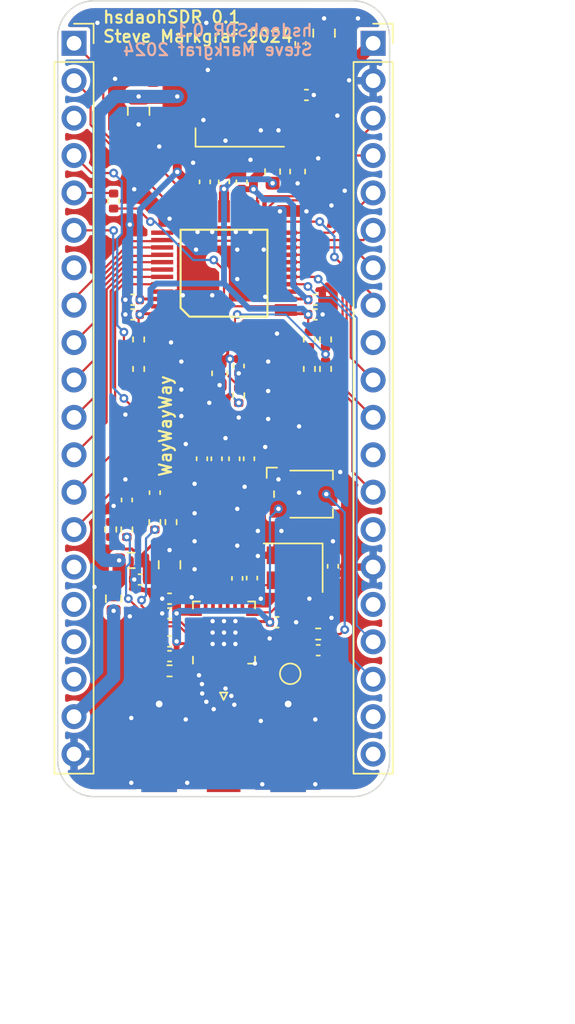
<source format=kicad_pcb>
(kicad_pcb (version 20240108) (generator "pcbnew") (generator_version "8.0")
  (layers (0 "F.Cu" signal) (31 "B.Cu" signal) (34 "B.Paste" user) (35 "F.Paste" user) (36 "B.SilkS" user "B.Silkscreen") (37 "F.SilkS" user "F.Silkscreen") (38 "B.Mask" user) (39 "F.Mask" user) (44 "Edge.Cuts" user))
  (net 0 "")
  (net 1 "GND")
  (net 2 "3V3_RF")
  (net 3 "XTAL1")
  (net 4 "XTAL2")
  (net 5 "Net-(U1-DVDD)")
  (net 6 "I_N")
  (net 7 "Q_N")
  (net 8 "I_P")
  (net 9 "Q_P")
  (net 10 "I2C_SDA")
  (net 11 "I2C_SCL")
  (net 12 "AGC")
  (net 13 "3V3")
  (net 14 "5V_IN")
  (net 15 "Net-(U3-REFIN_A)")
  (net 16 "Net-(J1-In)")
  (net 22 "3V3_FPGA")
  (net 28 "Net-(U1-PDN)")
  (net 29 "SCLK")
  (net 30 "SDA")
  (net 31 "Net-(R6-Pad2)")
  (net 32 "DFS")
  (net 33 "Net-(U3-S2)")
  (net 34 "Net-(U3-S1)")
  (net 39 "ADC_CLK")
  (net 40 "D9_B")
  (net 41 "D8_B")
  (net 42 "D7_B")
  (net 43 "D6_B")
  (net 44 "D5_B")
  (net 45 "D4_B")
  (net 46 "D3_B")
  (net 47 "D2_B")
  (net 48 "D1_B")
  (net 49 "D0_B")
  (net 50 "D0_A")
  (net 51 "D1_A")
  (net 52 "D2_A")
  (net 53 "D3_A")
  (net 54 "D4_A")
  (net 55 "D5_A")
  (net 56 "D6_A")
  (net 57 "D7_A")
  (net 58 "D8_A")
  (net 59 "D9_A")
  (net 60 "Net-(J2-Pin_5)")
  (net 61 "3V3_A")
  (net 62 "BBIN")
  (net 63 "BBQN")
  (net 64 "BBIP")
  (net 65 "BBQP")
  (net 67 "Net-(U1-LOOP)")
  (footprint "Capacitor_SMD:C_0402_1005Metric" (layer "F.Cu") (at 138.1 73.4 90)
    (property "Reference" "C12" (hide yes))
    (property "Value" "100n")
  )
  (footprint "Connector_Coaxial:SMA_Molex_73251-1153_EdgeMount_Horizontal" (layer "F.Cu") (at 138.575 91.77 90)
    (property "Reference" "J1" (hide yes))
    (property "Value" "RF_IN")
  )
  (footprint "agg:LQFP-48" (layer "F.Cu") (at 138.6 60.8 90)
    (property "Reference" "U3")
    (property "Value" "AD9218")
  )
  (footprint "TestPoint:TestPoint_Pad_D1.0mm" (layer "F.Cu") (at 143.1 88)
    (property "Reference" "TP1" (hide yes))
    (property "Value" "TestPoint_Small")
  )
  (footprint "Resistor_SMD:R_0402_1005Metric" (layer "F.Cu") (at 132.8 67.3 90)
    (property "Reference" "R9" (hide yes))
    (property "Value" "0R")
  )
  (footprint "Capacitor_SMD:C_0402_1005Metric" (layer "F.Cu") (at 137.1 73.4 90)
    (property "Reference" "C14" (hide yes))
    (property "Value" "100n")
  )
  (footprint "Capacitor_SMD:C_0402_1005Metric" (layer "F.Cu") (at 134.9 83.9)
    (property "Reference" "C6" (hide yes))
    (property "Value" "100n")
  )
  (footprint "Capacitor_SMD:C_0402_1005Metric" (layer "F.Cu") (at 145 86.4 180)
    (property "Reference" "C17" (hide yes))
    (property "Value" "1n")
  )
  (footprint "Capacitor_SMD:C_0402_1005Metric" (layer "F.Cu") (at 132.9 81.6)
    (property "Reference" "C9" (hide yes))
    (property "Value" "10n")
  )
  (footprint "Resistor_SMD:R_0402_1005Metric" (layer "F.Cu") (at 131.1 55.9 90)
    (property "Reference" "R15" (hide yes))
    (property "Value" "50R")
  )
  (footprint "Capacitor_SMD:C_0402_1005Metric" (layer "F.Cu") (at 144.8 63.6)
    (property "Reference" "C22" (hide yes))
    (property "Value" "100n")
  )
  (footprint "Capacitor_SMD:C_0402_1005Metric" (layer "F.Cu") (at 137.3 54.6 90)
    (property "Reference" "C20" (hide yes))
    (property "Value" "100n")
  )
  (footprint "Resistor_SMD:R_0402_1005Metric" (layer "F.Cu") (at 145.5 65.3 -90)
    (property "Reference" "R12" (hide yes))
    (property "Value" "0R")
  )
  (footprint "Capacitor_SMD:C_0805_2012Metric" (layer "F.Cu") (at 145.4 44.5 90)
    (property "Reference" "C24" (hide yes))
    (property "Value" "10uF")
  )
  (footprint "Resistor_SMD:R_0402_1005Metric" (layer "F.Cu") (at 145.5 67.3 -90)
    (property "Reference" "R13" (hide yes))
    (property "Value" "0R")
  )
  (footprint "Resistor_SMD:R_0402_1005Metric" (layer "F.Cu") (at 132 78.2 -90)
    (property "Reference" "R5" (hide yes))
    (property "Value" "100R")
  )
  (footprint "Capacitor_SMD:C_0402_1005Metric" (layer "F.Cu") (at 134.9 85.8)
    (property "Reference" "C3" (hide yes))
    (property "Value" "100p")
  )
  (footprint "Capacitor_SMD:C_0603_1608Metric" (layer "F.Cu") (at 138.3 67.6 -90)
    (property "Reference" "C25" (hide yes))
    (property "Value" "10uF")
  )
  (footprint "Capacitor_SMD:C_0402_1005Metric" (layer "F.Cu") (at 140.5 81.5 -90)
    (property "Reference" "C5" (hide yes))
    (property "Value" "9p")
  )
  (footprint "Capacitor_SMD:C_0402_1005Metric" (layer "F.Cu") (at 138.6 54.6 90)
    (property "Reference" "C23" (hide yes))
    (property "Value" "100n")
  )
  (footprint "Capacitor_SMD:C_0402_1005Metric" (layer "F.Cu") (at 142.2 84.5 180)
    (property "Reference" "C4" (hide yes))
    (property "Value" "100n")
  )
  (footprint "Resistor_SMD:R_0402_1005Metric" (layer "F.Cu") (at 132.8 65.3 90)
    (property "Reference" "R8" (hide yes))
    (property "Value" "0R")
  )
  (footprint "Capacitor_SMD:C_0402_1005Metric" (layer "F.Cu") (at 134.9 86.8)
    (property "Reference" "C1" (hide yes))
    (property "Value" "100n")
  )
  (footprint "Connector_PinSocket_2.54mm:PinSocket_1x20_P2.54mm_Vertical" (layer "F.Cu") (at 128.41 45.19)
    (property "Reference" "J2" (hide yes))
    (property "Value" "Conn_01x20_Socket")
  )
  (footprint "Capacitor_SMD:C_0805_2012Metric" (layer "F.Cu") (at 132.8 49.8 -90)
    (property "Reference" "C30" (hide yes))
    (property "Value" "10uF")
  )
  (footprint "Resistor_SMD:R_0402_1005Metric" (layer "F.Cu") (at 139.6 69.1 -90)
    (property "Reference" "R7" (hide yes))
    (property "Value" "0R")
  )
  (footprint "Capacitor_SMD:C_0402_1005Metric" (layer "F.Cu") (at 132.4 62.6 180)
    (property "Reference" "C21" (hide yes))
    (property "Value" "100n")
  )
  (footprint "Resistor_SMD:R_0603_1608Metric" (layer "F.Cu") (at 131.1 82.9 90)
    (property "Reference" "R14" (hide yes))
    (property "Value" "0R")
  )
  (footprint "Package_DFN_QFN:QFN-24-1EP_4x4mm_P0.5mm_EP2.15x2.15mm_ThermalVias" (layer "F.Cu") (at 138.6 85.2 90)
    (property "Reference" "U1" (hide yes))
    (property "Value" "RDA5815S")
  )
  (footprint "Resistor_SMD:R_0402_1005Metric" (layer "F.Cu") (at 144.4 65.3 90)
    (property "Reference" "R10" (hide yes))
    (property "Value" "0R")
  )
  (footprint "Capacitor_SMD:C_0402_1005Metric" (layer "F.Cu") (at 140.3 73.4 90)
    (property "Reference" "C13" (hide yes))
    (property "Value" "100n")
  )
  (footprint "Capacitor_SMD:C_0402_1005Metric" (layer "F.Cu") (at 139.3 73.4 90)
    (property "Reference" "C11" (hide yes))
    (property "Value" "100n")
  )
  (footprint "Capacitor_SMD:C_0402_1005Metric" (layer "F.Cu") (at 139.5 81.52 -90)
    (property "Reference" "C7" (hide yes))
    (property "Value" "100n")
  )
  (footprint "Crystal:Crystal_SMD_3225-4Pin_3.2x2.5mm" (layer "F.Cu") (at 143.3 80.8 180)
    (property "Reference" "Y1" (hide yes))
    (property "Value" "27 MHz")
  )
  (footprint "Capacitor_SMD:C_0603_1608Metric" (layer "F.Cu") (at 143.6 53.9 -90)
    (property "Reference" "C31" (hide yes))
    (property "Value" "4.7uF")
  )
  (footprint "Package_TO_SOT_SMD:SOT-223-3_TabPin2" (layer "F.Cu") (at 138.575 48.8 180)
    (property "Reference" "U2" (hide yes))
    (property "Value" "AMS1117-3.3")
  )
  (footprint "Resistor_SMD:R_0402_1005Metric" (layer "F.Cu") (at 134.9 87.8 180)
    (property "Reference" "R1" (hide yes))
    (property "Value" "4.7k")
  )
  (footprint "Resistor_SMD:R_0402_1005Metric" (layer "F.Cu") (at 135 77.7 -90)
    (property "Reference" "R3" (hide yes))
    (property "Value" "2.2k")
  )
  (footprint "Resistor_SMD:R_0603_1608Metric" (layer "F.Cu") (at 132.3 80.3)
    (property "Reference" "FB1" (hide yes))
    (property "Value" "Bead")
  )
  (footprint "Capacitor_SMD:C_0402_1005Metric" (layer "F.Cu") (at 134.9 82.9)
    (property "Reference" "C10" (hide yes))
    (property "Value" "100p")
  )
  (footprint "Capacitor_SMD:C_0402_1005Metric" (layer "F.Cu") (at 143.8 45.2 90)
    (property "Reference" "C27" (hide yes))
    (property "Value" "100n")
  )
  (footprint "Capacitor_SMD:C_0402_1005Metric" (layer "F.Cu") (at 132.4 63.6 180)
    (property "Reference" "C26" (hide yes))
    (property "Value" "100n")
  )
  (footprint "Connector_PinSocket_2.54mm:PinSocket_1x20_P2.54mm_Vertical" (layer "F.Cu") (at 148.73 45.19)
    (property "Reference" "J3" (hide yes))
    (property "Value" "Conn_01x20_Socket")
  )
  (footprint "Capacitor_SMD:C_0402_1005Metric" (layer "F.Cu") (at 139.6 67.1 -90)
    (property "Reference" "C28" (hide yes))
    (property "Value" "100n")
  )
  (footprint "Capacitor_SMD:C_0805_2012Metric" (layer "F.Cu") (at 134.9 80.6 90)
    (property "Reference" "C8" (hide yes))
    (property "Value" "10uF")
  )
  (footprint "Resistor_SMD:R_0402_1005Metric" (layer "F.Cu") (at 145 85.3)
    (property "Reference" "R6" (hide yes))
    (property "Value" "1k")
  )
  (footprint "Resistor_SMD:R_0402_1005Metric" (layer "F.Cu") (at 133.9 77.7 -90)
    (property "Reference" "R4" (hide yes))
    (property "Value" "100R")
  )
  (footprint "Inductor_SMD:L_0603_1608Metric" (layer "F.Cu") (at 141.9 53.9 -90)
    (property "Reference" "L1" (hide yes))
    (property "Value" "1uH")
  )
  (footprint "Capacitor_SMD:C_0402_1005Metric" (layer "F.Cu") (at 139.8 54.6 -90)
    (property "Reference" "C19" (hide yes))
    (property "Value" "100n")
  )
  (footprint "Capacitor_SMD:C_0402_1005Metric" (layer "F.Cu") (at 144.8 62.6)
    (property "Reference" "C18" (hide yes))
    (property "Value" "100n")
  )
  (footprint "Capacitor_SMD:C_0402_1005Metric" (layer "F.Cu") (at 144.2 48.7)
    (property "Reference" "C29" (hide yes))
    (property "Value" "100n")
  )
  (footprint "Resistor_SMD:R_0402_1005Metric" (layer "F.Cu") (at 130.9 78.2 -90)
    (property "Reference" "R2" (hide yes))
    (property "Value" "2.2k")
  )
  (footprint "Potentiometer_SMD:Potentiometer_Bourns_TC33X_Vertical" (layer "F.Cu") (at 144.1 75.8)
    (property "Reference" "RV1" (hide yes))
    (property "Value" "10k")
  )
  (footprint "Capacitor_SMD:C_0402_1005Metric" (layer "F.Cu") (at 132 76.2 90)
    (property "Reference" "C16" (hide yes))
    (property "Value" "33p")
  )
  (footprint "Capacitor_SMD:C_0402_1005Metric" (layer "F.Cu") (at 133.9 75.7 90)
    (property "Reference" "C15" (hide yes))
    (property "Value" "33p")
  )
  (footprint "Capacitor_SMD:C_0402_1005Metric" (layer "F.Cu") (at 146 80.7 90)
    (property "Reference" "C2" (hide yes))
    (property "Value" "9p")
  )
  (footprint "Resistor_SMD:R_0402_1005Metric" (layer "F.Cu") (at 144.4 67.3 90)
    (property "Reference" "R11" (hide yes))
    (property "Value" "0R")
  )
  (gr_rect (start 140.5 50) (end 142.9 52.3) (stroke (width 0.254)) (fill solid) (layer "F.Cu") (net 1))
  (gr_rect (start 136.4 48.174915) (end 141.12963 49.42241) (stroke (width 0.254)) (fill solid) (layer "F.Cu") (net 13))
  (gr_rect (start 132.024411 89) (end 136.352642 95.7) (stroke (width 0.254)) (fill solid) (layer "F.Cu") (net 1))
  (gr_rect (start 140.771769 89.05) (end 145.1 95.75) (stroke (width 0.254)) (fill solid) (layer "F.Cu") (net 1))
  (gr_rect (start 137.282343 84.249067) (end 139.917658 86.525937) (stroke (width 0.254)) (fill solid) (layer "B.Cu") (net 1))
  (gr_rect (start 140.771769 89.05) (end 145.1 95.75) (stroke (width 0.254)) (fill solid) (layer "B.Cu") (net 1))
  (gr_rect (start 132.024411 89) (end 136.352642 95.7) (stroke (width 0.254)) (fill solid) (layer "B.Cu") (net 1))
  (gr_line (start 149.85 44.8) (end 149.85 93.84) (stroke (width 0.1)) (layer "Edge.Cuts"))
  (gr_line (start 127.3 93.84) (end 127.3 44.8) (stroke (width 0.1)) (layer "Edge.Cuts"))
  (gr_line (start 129.8 42.3) (end 147.35 42.3) (stroke (width 0.1)) (layer "Edge.Cuts"))
  (gr_arc (start 127.3 44.8) (mid 128.032233 43.032233) (end 129.8 42.3) (stroke (width 0.1)) (layer "Edge.Cuts"))
  (gr_arc (start 149.85 93.84) (mid 149.117767 95.607767) (end 147.35 96.34) (stroke (width 0.1)) (layer "Edge.Cuts"))
  (gr_arc (start 147.35 42.3) (mid 149.117766 43.032233) (end 149.85 44.8) (stroke (width 0.1)) (layer "Edge.Cuts"))
  (gr_line (start 129.8 96.34) (end 147.35 96.34) (stroke (width 0.1)) (layer "Edge.Cuts"))
  (gr_arc (start 129.8 96.34) (mid 128.032233 95.607767) (end 127.3 93.84) (stroke (width 0.1)) (layer "Edge.Cuts"))
  (gr_text "hsdaohSDR 0.1\nSteve Markgraf 2024" (at 144.7 46.1 0) (layer "B.SilkS") (effects (font (size 0.8128 0.8128) (thickness 0.1524) (bold yes)) (justify left bottom mirror)))
  (gr_text "WayWayWay" (at 135.1 74.7 90) (layer "F.SilkS") (effects (font (size 0.8128 0.8128) (thickness 0.1524) (bold yes)) (justify left bottom)))
  (gr_text "hsdaohSDR 0.1\nSteve Markgraf 2024" (at 130.3 45.2 0) (layer "F.SilkS") (effects (font (size 0.8128 0.8128) (thickness 0.1524) (bold yes)) (justify left bottom)))
  (segment (start 140.5 87.5) (end 140.7 87.3) (width 0.2) (layer "F.Cu") (net 1))
  (segment (start 135.8 62.3) (end 135.5 62.1) (width 0.2) (layer "F.Cu") (net 1))
  (segment (start 137.467807 86.332193) (end 137.825 85.975) (width 0.2) (layer "F.Cu") (net 1))
  (segment (start 137.35 87.1375) (end 137.35 86.700001) (width 0.2) (layer "F.Cu") (net 1))
  (segment (start 139.35 86) (end 139.375 85.975) (width 0.2) (layer "F.Cu") (net 1))
  (segment (start 139.8 86.4) (end 139.375 85.975) (width 0.2) (layer "F.Cu") (net 1))
  (segment (start 136.8 58) (end 135.8 58) (width 0.3) (layer "F.Cu") (net 1))
  (segment (start 137.85 57.95) (end 137.8 58) (width 0.2) (layer "F.Cu") (net 1))
  (segment (start 140.4 58) (end 140.4 57.65) (width 0.2) (layer "F.Cu") (net 1))
  (segment (start 137.85 56.6) (end 137.85 57.95) (width 0.2) (layer "F.Cu") (net 1))
  (segment (start 139.85 86.85) (end 139.8 86.8) (width 0.2) (layer "F.Cu") (net 1))
  (segment (start 138.35 88.65) (end 138.35 86.7) (width 0.2) (layer "F.Cu") (net 1))
  (segment (start 141.4 62.4) (end 141.45 62.4) (width 0.2) (layer "F.Cu") (net 1))
  (segment (start 140.5 87.9) (end 140.5 87.5) (width 0.2) (layer "F.Cu") (net 1))
  (segment (start 139.35 57.95) (end 139.4 58) (width 0.2) (layer "F.Cu") (net 1))
  (segment (start 137.467807 86.582194) (end 137.467807 86.332193) (width 0.2) (layer "F.Cu") (net 1))
  (segment (start 131.92 63.6) (end 131.92 62.62) (width 0.4) (layer "F.Cu") (net 1))
  (segment (start 145.28 63.6) (end 145.3 63.6) (width 0.4) (layer "F.Cu") (net 1))
  (segment (start 134.4 62.05) (end 135.45 62.05) (width 0.2) (layer "F.Cu") (net 1))
  (segment (start 136.85 56.6) (end 136.85 57.95) (width 0.2) (layer "F.Cu") (net 1))
  (segment (start 132.42 81.6) (end 132.42 81.68) (width 0.15) (layer "F.Cu") (net 1))
  (segment (start 136.85 57.95) (end 136.8 58) (width 0.2) (layer "F.Cu") (net 1))
  (segment (start 139.85 87.1375) (end 139.85 86.85) (width 0.2) (layer "F.Cu") (net 1))
  (segment (start 140.4 57.65) (end 140.35 57.6) (width 0.2) (layer "F.Cu") (net 1))
  (segment (start 139.4 87.9) (end 140.5 87.9) (width 0.2) (layer "F.Cu") (net 1))
  (segment (start 137.35 86.700001) (end 137.467807 86.582194) (width 0.2) (layer "F.Cu") (net 1))
  (segment (start 138.7 89) (end 138.35 88.65) (width 0.2) (layer "F.Cu") (net 1))
  (segment (start 137.35 88.05625) (end 136.94375 88.05625) (width 0.2) (layer "F.Cu") (net 1))
  (segment (start 139.35 87.1375) (end 139.35 87.85) (width 0.2) (layer "F.Cu") (net 1))
  (segment (start 139.8 86.8) (end 139.8 86.4) (width 0.2) (layer "F.Cu") (net 1))
  (segment (start 138.35 86.7) (end 138.35 86.225) (width 0.2) (layer "F.Cu") (net 1))
  (segment (start 135.45 62.05) (end 135.8 62.3) (width 0.2) (layer "F.Cu") (net 1))
  (segment (start 137.35 88.05625) (end 137.35 87.54375) (width 0.2) (layer "F.Cu") (net 1))
  (segment (start 141.45 62.4) (end 141.8 62.05) (width 0.2) (layer "F.Cu") (net 1))
  (segment (start 139.35 87.85) (end 139.4 87.9) (width 0.2) (layer "F.Cu") (net 1))
  (segment (start 135.8 58) (end 134.9 57.1) (width 0.3) (layer "F.Cu") (net 1))
  (segment (start 139.6 67.58) (end 139.6 67.6) (width 0.15) (layer "F.Cu") (net 1))
  (segment (start 138.35 86.225) (end 138.6 85.975) (width 0.2) (layer "F.Cu") (net 1))
  (segment (start 141.8 62.05) (end 142.8 62.05) (width 0.2) (layer "F.Cu") (net 1))
  (segment (start 136.94375 88.05625) (end 136.9 88.1) (width 0.2) (layer "F.Cu") (net 1))
  (segment (start 145.3 63.6) (end 145.28 62.6) (width 0.4) (layer "F.Cu") (net 1))
  (segment (start 139.35 87.1375) (end 139.35 86) (width 0.2) (layer "F.Cu") (net 1))
  (segment (start 138.35 87.1375) (end 138.35 86.7) (width 0.2) (layer "F.Cu") (net 1))
  (segment (start 139.35 56.6) (end 139.35 57.95) (width 0.2) (layer "F.Cu") (net 1))
  (segment (start 132.42 81.68) (end 132.4 81.7) (width 0.15) (layer "F.Cu") (net 1))
  (segment (start 131.92 62.62) (end 131.9 62.6) (width 0.4) (layer "F.Cu") (net 1))
  (segment (start 140.35 57.6) (end 140.35 56.6) (width 0.2) (layer "F.Cu") (net 1))
  (via (at 134.9 57.1) (size 0.6) (drill 0.3) (layers "F.Cu" "B.Cu") (net 1))
  (via (at 140 75.3) (size 0.6) (drill 0.3) (layers "F.Cu" "B.Cu") (net 1))
  (via (at 137.5 47) (size 0.6) (drill 0.3) (layers "F.Cu" "B.Cu") (net 1))
  (via (at 140.4 53.1) (size 0.6) (drill 0.3) (layers "F.Cu" "B.Cu") (net 1))
  (via (at 139.6 67.6) (size 0.6) (drill 0.3) (layers "F.Cu" "B.Cu") (net 1))
  (via (at 136 91.1) (size 0.6) (drill 0.3) (layers "F.Cu" "B.Cu") (net 1))
  (via (at 134.4 83.9) (size 0.6) (drill 0.3) (layers "F.Cu" "B.Cu") (net 1))
  (via (at 141.2 95.5) (size 0.6) (drill 0.3) (layers "F.Cu" "B.Cu") (net 1))
  (via (at 142.3 74.8) (size 0.6) (drill 0.3) (layers "F.Cu" "B.Cu") (net 1))
  (via (at 135 65.5) (size 0.6) (drill 0.3) (layers "F.Cu" "B.Cu") (net 1))
  (via (at 147.7 43.5) (size 0.6) (drill 0.3) (layers "F.Cu" "B.Cu") (net 1))
  (via (at 138.7 72) (size 0.6) (drill 0.3) (layers "F.Cu" "B.Cu") (net 1))
  (via (at 141.3 59.2) (size 0.6) (drill 0.3) (layers "F.Cu" "B.Cu") (net 1))
  (via (at 139.5 59.199999) (size 0.6) (drill 0.3) (layers "F.Cu" "B.Cu") (net 1))
  (via (at 129.8 82.1) (size 0.6) (drill 0.3) (layers "F.Cu" "B.Cu") (net 1))
  (via (at 135.7 70.5) (size 0.6) (drill 0.3) (layers "F.Cu" "B.Cu") (net 1))
  (via (at 140.9 78.3) (size 0.6) (drill 0.3) (layers "F.Cu" "B.Cu") (net 1))
  (via (at 139.3 90.1) (size 0.6) (drill 0.3) (layers "F.Cu" "B.Cu") (net 1))
  (via (at 142.5 78.3) (size 0.6) (drill 0.3) (layers "F.Cu" "B.Cu") (net 1))
  (via (at 135.7 66.8) (size 0.6) (drill 0.3) (layers "F.Cu" "B.Cu") (net 1))
  (via (at 132.5 55.1) (size 0.6) (drill 0.3) (layers "F.Cu" "B.Cu") (net 1))
  (via (at 141.4 62.4) (size 0.6) (drill 0.3) (layers "F.Cu" "B.Cu") (net 1))
  (via (at 141.6 70.7) (size 0.6) (drill 0.3) (layers "F.Cu" "B.Cu") (net 1))
  (via (at 131.9 74.8) (size 0.6) (drill 0.3) (layers "F.Cu" "B.Cu") (net 1))
  (via (at 146.5 74.3) (size 0.6) (drill 0.3) (layers "F.Cu" "B.Cu") (net 1))
  (via (at 142.2 64.9) (size 0.6) (drill 0.3) (layers "F.Cu" "B.Cu") (net 1))
  (via (at 146.8 55.2) (size 0.6) (drill 0.3) (layers "F.Cu" "B.Cu") (net 1))
  (via (at 144.4 82.9) (size 0.6) (drill 0.3) (layers "F.Cu" "B.Cu") (net 1))
  (via (at 138.7 89) (size 0.6) (drill 0.3) (layers "F.Cu" "B.Cu") (net 1))
  (via (at 137.9 90.4) (size 0.6) (drill 0.3) (layers "F.Cu" "B.Cu") (net 1))
  (via (at 142.4 56.6) (size 0.6) (drill 0.3) (layers "F.Cu" "B.Cu") (net 1))
  (via (at 143.7 75.7) (size 0.6) (drill 0.3) (layers "F.Cu" "B.Cu") (net 1))
  (via (at 138.7 51.8) (size 0.6) (drill 0.3) (layers "F.Cu" "B.Cu") (net 1))
  (via (at 132.5 81.6) (size 0.6) (drill 0.3) (layers "F.Cu" "B.Cu") (net 1))
  (via (at 145.4 43.5) (size 0.6) (drill 0.3) (layers "F.Cu" "B.Cu") (net 1))
  (via (at 139.5 61.2) (size 0.6) (drill 0.3) (layers "F.Cu" "B.Cu") (net 1))
  (via (at 136.4 82.8) (size 0.6) (drill 0.3) (layers "F.Cu" "B.Cu") (net 1))
  (via (at 141.1 51.1) (size 0.6) (drill 0.3) (layers "F.Cu" "B.Cu") (net 1))
  (via (at 136.1 95.4) (size 0.6) (drill 0.3) (layers "F.Cu" "B.Cu") (net 1))
  (via (at 142.3 51.1) (size 0.6) (drill 0.3) (layers "F.Cu" "B.Cu") (net 1))
  (via (at 137.2 50.4) (size 0.6) (drill 0.3) (layers "F.Cu" "B.Cu") (net 1))
  (via (at 131.9 70.4) (size 0.6) (drill 0.3) (layers "F.Cu" "B.Cu") (net 1))
  (via (at 134.2 52.2) (size 0.6) (drill 0.3) (layers "F.Cu" "B.Cu") (net 1))
  (via (at 131.1 76.6) (size 0.6) (drill 0.3) (layers "F.Cu" "B.Cu") (net 1))
  (via (at 137.8 62.3) (size 0.6) (drill 0.3) (layers "F.Cu" "B.Cu") (net 1))
  (via (at 145.9 56.2) (size 0.6) (drill 0.3) (layers "F.Cu" "B.Cu") (net 1))
  (via (at 132.3 95.4) (size 0.6) (drill 0.3) (layers "F.Cu" "B.Cu") (net 1))
  (via (at 137.4 43.8) (size 0.6) (drill 0.3) (layers "F.Cu" "B.Cu") (net 1))
  (via (at 138.3 68.4) (size 0.6) (drill 0.3) (layers "F.Cu" "B.Cu") (net 1))
  (via (at 139.5 79.3) (size 0.6) (drill 0.3) (layers "F.Cu" "B.Cu") (net 1))
  (via (at 143.7 71.2) (size 0.6) (drill 0.3) (layers "F.Cu" "B.Cu") (net 1))
  (via (at 144.8 95.5) (size 0.6) (drill 0.3) (layers "F.Cu" "B.Cu") (net 1))
  (via (at 132.2 84.1) (size 0.6) (drill 0.3) (layers "F.Cu" "B.Cu") (net 1))
  (via (at 141.6 66.8) (size 0.6) (drill 0.3) (layers "F.Cu" "B.Cu") (net 1))
  (via (at 146 79) (size 0.6) (drill 0.3) (layers "F.Cu" "B.Cu") (net 1))
  (via (at 145.3 63.6) (size 0.6) (drill 0.3) (layers "F.Cu" "B.Cu") (net 1))
  (via (at 143.5 84.5) (size 0.6) (drill 0.3) (layers "F.Cu" "B.Cu") (net 1))
  (via (at 136.6 75.1) (size 0.6) (drill 0.3) (layers "F.Cu" "B.Cu") (net 1))
  (via (at 131.9 63.6) (size 0.6) (drill 0.3) (layers "F.Cu" "B.Cu") (net 1))
  (via (at 140.9 80) (size 0.6) (drill 0.3) (layers "F.Cu" "B.Cu") (net 1))
  (via (at 145.9 84.2) (size 0.6) (drill 0.3) (layers "F.Cu" "B.Cu") (net 1))
  (via (at 139.4 58) (size 0.6) (drill 0.3) (layers "F.Cu" "B.Cu") (net 1))
  (via (at 136.6 80.9) (size 0.6) (drill 0.3) (layers "F.Cu" "B.Cu") (net 1))
  (via (at 141.1 82.9) (size 0.6) (drill 0.3) (layers "F.Cu" "B.Cu") (net 1))
  (via (at 136.9 88.1) (size 0.6) (drill 0.3) (layers "F.Cu" "B.Cu") (net 1))
  (via (at 132.8 50.7) (size 0.6) (drill 0.3) (layers "F.Cu" "B.Cu") (net 1))
  (via (at 137.118432 89.336642) (size 0.6) (drill 0.3) (layers "F.Cu" "B.Cu") (net 1))
  (via (at 139.6 70.6) (size 0.6) (drill 0.3) (layers "F.Cu" "B.Cu") (net 1))
  (via (at 134.9 79.6) (size 0.6) (drill 0.3) (layers "F.Cu" "B.Cu") (net 1))
  (via (at 131.2 47.6) (size 0.6) (drill 0.3) (layers "F.Cu" "B.Cu") (net 1))
  (via (at 139.5 76.8) (size 0.6) (drill 0.3) (layers "F.Cu" "B.Cu") (net 1))
  (via (at 137.1 88.7) (size 0.6) (drill 0.3) (layers "F.Cu" "B.Cu") (net 1))
  (via (at 146.3 50.1) (size 0.6) (drill 0.3) (layers "F.Cu" "B.Cu") (net 1))
  (via (at 136.8 58) (size 0.6) (drill 0.3) (layers "F.Cu" "B.Cu") (net 1))
  (via (at 141.1 91.2) (size 0.6) (drill 0.3) (layers "F.Cu" "B.Cu") (net 1))
  (via (at 143.6 54.7) (size 0.6) (drill 0.3) (layers "F.Cu" "B.Cu") (net 1))
  (via (at 144.7 48.7) (size 0.6) (drill 0.3) (layers "F.Cu" "B.Cu") (net 1))
  (via (at 137.4 89.9) (size 0.6) (drill 0.3) (layers "F.Cu" "B.Cu") (net 1))
  (via (at 144.2 56.6) (size 0.6) (drill 0.3) (layers "F.Cu" "B.Cu") (net 1))
  (via (at 136.5 53.3) (size 0.6) (drill 0.3) (layers "F.Cu" "B.Cu") (net 1))
  (via (at 135.8 62.3) (size 0.6) (drill 0.3) (layers "F.Cu" "B.Cu") (net 1))
  (via (at 139.1 89.5) (size 0.6) (drill 0.3) (layers "F.Cu" "B.Cu") (net 1))
  (via (at 141.7 85.6) (size 0.6) (drill 0.3) (layers "F.Cu" "B.Cu") (net 1))
  (via (at 132.2 57.5) (size 0.6) (drill 0.3) (layers "F.Cu" "B.Cu") (net 1))
  (via (at 147.1 47.7) (size 0.6) (drill 0.3) (layers "F.Cu" "B.Cu") (net 1))
  (via (at 136.6 77.1) (size 0.6) (drill 0.3) (layers "F.Cu" "B.Cu") (net 1))
  (via (at 140.7 87.3) (size 0.6) (drill 0.3) (layers "F.Cu" "B.Cu") (net 1))
  (via (at 141.4 72.6) (size 0.6) (drill 0.3) (layers "F.Cu" "B.Cu") (net 1))
  (via (at 136.7 59.2) (size 0.6) (drill 0.3) (layers "F.Cu" "B.Cu") (net 1))
  (via (at 131.9 62.6) (size 0.6) (drill 0.3) (layers "F.Cu" "B.Cu") (net 1))
  (via (at 137.8 58) (size 0.6) (drill 0.3) (layers "F.Cu" "B.Cu") (net 1))
  (via (at 137.6 69.6) (size 0.6) (drill 0.3) (layers "F.Cu" "B.Cu") (net 1))
  (via (at 136.6 79) (size 0.6) (drill 0.3) (layers "F.Cu" "B.Cu") (net 1))
  (via (at 132.3 91) (size 0.6) (drill 0.3) (layers "F.Cu" "B.Cu") (net 1))
  (via (at 130 43.8) (size 0.6) (drill 0.3) (layers "F.Cu" "B.Cu") (net 1))
  (via (at 135.7 68.7) (size 0.6) (drill 0.3) (layers "F.Cu" "B.Cu") (net 1))
  (via (at 136 72.4) (size 0.6) (drill 0.3) (layers "F.Cu" "B.Cu") (net 1))
  (via (at 141.6 68.8) (size 0.6) (drill 0.3) (layers "F.Cu" "B.Cu") (net 1))
  (via (at 134.4 82.9) (size 0.6) (drill 0.3) (layers "F.Cu" "B.Cu") (net 1))
  (via (at 140.4 58) (size 0.6) (drill 0.3) (layers "F.Cu" "B.Cu") (net 1))
  (via (at 145 53) (size 0.6) (drill 0.3) (layers "F.Cu" "B.Cu") (net 1))
  (via (at 144.8 91.1) (size 0.6) (drill 0.3) (layers "F.Cu" "B.Cu") (net 1))
  (segment (start 136.6625 85.95) (end 135.53 85.95) (width 0.2) (layer "F.Cu") (net 2))
  (segment (start 134.41 78.8) (end 135 78.21) (width 0.2) (layer "F.Cu") (net 2))
  (segment (start 134.9 81.55) (end 135.38 82.03) (width 0.6) (layer "F.Cu") (net 2))
  (segment (start 133.125 80.3) (end 133.38 80.555) (width 0.6) (layer "F.Cu") (net 2))
  (segment (start 133.38 81.6) (end 134.85 81.6) (width 0.6) (layer "F.Cu") (net 2))
  (segment (start 140.5375 84.45) (end 141.67 84.45) (width 0.2) (layer "F.Cu") (net 2))
  (segment (start 133.125 80.3) (end 133.125 79.825) (width 0.2) (layer "F.Cu") (net 2))
  (segment (start 135.38 82.03) (end 135.38 82.9) (width 0.6) (layer "F.Cu") (net 2))
  (segment (start 132.35 79.525) (end 131.715 79.525) (width 0.2) (layer "F.Cu") (net 2))
  (segment (start 135.38 86.8) (end 135.38 85.8) (width 0.4) (layer "F.Cu") (net 2))
  (segment (start 133.125 80.3) (end 132.35 79.525) (width 0.2) (layer "F.Cu") (net 2))
  (segment (start 131.715 79.525) (end 130.9 78.71) (width 0.2) (layer "F.Cu") (net 2))
  (segment (start 135.43 83.95) (end 135.38 83.9) (width 0.2) (layer "F.Cu") (net 2))
  (segment (start 135.38 86.81) (end 134.39 87.8) (width 0.15) (layer "F.Cu") (net 2))
  (segment (start 133.38 80.555) (end 133.38 81.6) (width 0.6) (layer "F.Cu") (net 2))
  (segment (start 133.125 79.825) (end 134.15 78.8) (width 0.2) (layer "F.Cu") (net 2))
  (segment (start 134.15 78.8) (end 134.41 78.8) (width 0.2) (layer "F.Cu") (net 2))
  (segment (start 134.85 81.6) (end 134.9 81.55) (width 0.6) (layer "F.Cu") (net 2))
  (segment (start 135.38 86.8) (end 135.38 86.81) (width 0.15) (layer "F.Cu") (net 2))
  (segment (start 136.6625 83.95) (end 135.43 83.95) (width 0.2) (layer "F.Cu") (net 2))
  (segment (start 135.53 85.95) (end 135.38 85.8) (width 0.2) (layer "F.Cu") (net 2))
  (segment (start 141.67 84.45) (end 141.72 84.5) (width 0.2) (layer "F.Cu") (net 2))
  (segment (start 135.38 82.9) (end 135.38 83.9) (width 0.6) (layer "F.Cu") (net 2))
  (via (at 135.38 83.9) (size 0.6) (drill 0.3) (layers "F.Cu" "B.Cu") (net 2))
  (via (at 135.38 85.8) (size 0.6) (drill 0.3) (layers "F.Cu" "B.Cu") (net 2))
  (via (at 142.3 76.8) (size 0.6) (drill 0.3) (layers "F.Cu" "B.Cu") (net 2))
  (via (at 141.72 84.5) (size 0.6) (drill 0.3) (layers "F.Cu" "B.Cu") (net 2))
  (segment (start 140.945 83.725) (end 135.555 83.725) (width 0.4) (layer "B.Cu") (net 2))
  (segment (start 135.555 83.725) (end 135.38 83.9) (width 0.4) (layer "B.Cu") (net 2))
  (segment (start 141.72 84.5) (end 141.72 77.38) (width 0.15) (layer "B.Cu") (net 2))
  (segment (start 135.38 83.9) (end 135.38 85.8) (width 0.6) (layer "B.Cu") (net 2))
  (segment (start 141.72 84.5) (end 140.945 83.725) (width 0.4) (layer "B.Cu") (net 2))
  (segment (start 141.72 77.38) (end 142.3 76.8) (width 0.15) (layer "B.Cu") (net 2))
  (segment (start 145.73 79.95) (end 146 80.22) (width 0.15) (layer "F.Cu") (net 3))
  (segment (start 144.4 79.95) (end 143.175 81.175) (width 0.15) (layer "F.Cu") (net 3))
  (segment (start 140.6625 83.825) (end 140.5375 83.95) (width 0.15) (layer "F.Cu") (net 3))
  (segment (start 141.775 83.825) (end 140.6625 83.825) (width 0.15) (layer "F.Cu") (net 3))
  (segment (start 143.175 82.425) (end 141.775 83.825) (width 0.15) (layer "F.Cu") (net 3))
  (segment (start 144.4 79.95) (end 145.73 79.95) (width 0.15) (layer "F.Cu") (net 3))
  (segment (start 143.175 81.175) (end 143.175 82.425) (width 0.15) (layer "F.Cu") (net 3))
  (segment (start 140.5 81.98) (end 140.5 82.6125) (width 0.15) (layer "F.Cu") (net 4))
  (segment (start 140.5 81.98) (end 141.87 81.98) (width 0.15) (layer "F.Cu") (net 4))
  (segment (start 140.5 82.6125) (end 139.85 83.2625) (width 0.15) (layer "F.Cu") (net 4))
  (segment (start 141.87 81.98) (end 142.2 81.65) (width 0.15) (layer "F.Cu") (net 4))
  (segment (start 139.35 82.05) (end 139.4 82) (width 0.2) (layer "F.Cu") (net 5))
  (segment (start 139.35 83.2625) (end 139.35 82.15) (width 0.15) (layer "F.Cu") (net 5))
  (segment (start 139.35 82.15) (end 139.5 82) (width 0.15) (layer "F.Cu") (net 5))
  (segment (start 140.35 66.125001) (end 140.35 65) (width 0.1524) (layer "F.Cu") (net 6))
  (segment (start 140.4732 71.7468) (end 140.4732 66.248201) (width 0.1524) (layer "F.Cu") (net 6))
  (segment (start 139.3 72.92) (end 140.4732 71.7468) (width 0.1524) (layer "F.Cu") (net 6))
  (segment (start 140.4732 66.248201) (end 140.35 66.125001) (width 0.1524) (layer "F.Cu") (net 6))
  (segment (start 136.8032 71.6232) (end 136.8032 66.171801) (width 0.1524) (layer "F.Cu") (net 7))
  (segment (start 138.1 72.92) (end 136.8032 71.6232) (width 0.1524) (layer "F.Cu") (net 7))
  (segment (start 136.8032 66.171801) (end 136.85 66.125001) (width 0.1524) (layer "F.Cu") (net 7))
  (segment (start 136.85 66.125001) (end 136.85 65) (width 0.1524) (layer "F.Cu") (net 7))
  (segment (start 140.3 72.494737) (end 140.87958 71.915157) (width 0.1524) (layer "F.Cu") (net 8))
  (segment (start 140.85 66.125001) (end 140.85 65) (width 0.1524) (layer "F.Cu") (net 8))
  (segment (start 140.3 72.92) (end 140.3 72.494737) (width 0.1524) (layer "F.Cu") (net 8))
  (segment (start 140.87958 66.154581) (end 140.85 66.125001) (width 0.1524) (layer "F.Cu") (net 8))
  (segment (start 140.87958 71.915157) (end 140.87958 66.154581) (width 0.1524) (layer "F.Cu") (net 8))
  (segment (start 136.3968 66.171801) (end 136.35 66.125001) (width 0.1524) (layer "F.Cu") (net 9))
  (segment (start 136.35 66.125001) (end 136.35 65) (width 0.1524) (layer "F.Cu") (net 9))
  (segment (start 137.1 72.92) (end 137.1 72.494737) (width 0.1524) (layer "F.Cu") (net 9))
  (segment (start 136.3968 71.791537) (end 136.3968 66.171801) (width 0.1524) (layer "F.Cu") (net 9))
  (segment (start 137.1 72.494737) (end 136.3968 71.791537) (width 0.1524) (layer "F.Cu") (net 9))
  (segment (start 131.8 67.8) (end 131.8 64.8) (width 0.15) (layer "F.Cu") (net 10))
  (segment (start 132.862 68.862) (end 131.8 67.8) (width 0.15) (layer "F.Cu") (net 10))
  (segment (start 133.9 77.19) (end 135 77.19) (width 0.2) (layer "F.Cu") (net 10))
  (segment (start 132.862 75.142) (end 132.862 68.862) (width 0.15) (layer "F.Cu") (net 10))
  (segment (start 133.9 77.19) (end 133.9 76.18) (width 0.15) (layer "F.Cu") (net 10))
  (segment (start 129.6 54) (end 128.41 52.81) (width 0.15) (layer "F.Cu") (net 10))
  (segment (start 133.9 76.18) (end 132.862 75.142) (width 0.15) (layer "F.Cu") (net 10))
  (segment (start 131.1 54) (end 129.6 54) (width 0.15) (layer "F.Cu") (net 10))
  (via (at 131.1 54) (size 0.6) (drill 0.3) (layers "F.Cu" "B.Cu") (net 10))
  (via (at 131.8 64.8) (size 0.6) (drill 0.3) (layers "F.Cu" "B.Cu") (net 10))
  (segment (start 131.655 58.129889) (end 131.655 54.555) (width 0.15) (layer "B.Cu") (net 10))
  (segment (start 131.655 54.555) (end 131.1 54) (width 0.15) (layer "B.Cu") (net 10))
  (segment (start 131.345 64.345) (end 131.345 58.439889) (width 0.15) (layer "B.Cu") (net 10))
  (segment (start 131.8 64.8) (end 131.345 64.345) (width 0.15) (layer "B.Cu") (net 10))
  (segment (start 131.345 58.439889) (end 131.655 58.129889) (width 0.15) (layer "B.Cu") (net 10))
  (segment (start 131.09 57.89) (end 128.41 57.89) (width 0.15) (layer "F.Cu") (net 11))
  (segment (start 131.1 57.9) (end 131.09 57.89) (width 0.15) (layer "F.Cu") (net 11))
  (segment (start 132.585 76.095) (end 132.585 70.085) (width 0.15) (layer "F.Cu") (net 11))
  (segment (start 130.9 77.69) (end 132 77.69) (width 0.2) (layer "F.Cu") (net 11))
  (segment (start 132 77.69) (end 132 76.68) (width 0.15) (layer "F.Cu") (net 11))
  (segment (start 132 76.68) (end 132.585 76.095) (width 0.15) (layer "F.Cu") (net 11))
  (segment (start 132.585 70.085) (end 131.8 69.3) (width 0.15) (layer "F.Cu") (net 11))
  (via (at 131.8 69.3) (size 0.6) (drill 0.3) (layers "F.Cu" "B.Cu") (net 11))
  (via (at 131.1 57.9) (size 0.6) (drill 0.3) (layers "F.Cu" "B.Cu") (net 11))
  (segment (start 131.068 68.568) (end 131.068 57.932) (width 0.15) (layer "B.Cu") (net 11))
  (segment (start 131.068 57.932) (end 131.1 57.9) (width 0.15) (layer "B.Cu") (net 11))
  (segment (start 131.8 69.3) (end 131.068 68.568) (width 0.15) (layer "B.Cu") (net 11))
  (segment (start 144.52 86.4) (end 144.52 85.33) (width 0.15) (layer "F.Cu") (net 12))
  (segment (start 144.52 85.33) (end 144.49 85.3) (width 0.15) (layer "F.Cu") (net 12))
  (segment (start 144.47 86.45) (end 144.52 86.4) (width 0.15) (layer "F.Cu") (net 12))
  (segment (start 140.5375 86.45) (end 144.47 86.45) (width 0.15) (layer "F.Cu") (net 12))
  (segment (start 143.6 53.325) (end 143.6 49.075) (width 0.6) (layer "F.Cu") (net 13))
  (segment (start 139.85 56.6) (end 139.85 55.13) (width 0.2) (layer "F.Cu") (net 13))
  (segment (start 139.85 55.13) (end 139.8 55.08) (width 0.2) (layer "F.Cu") (net 13))
  (segment (start 140.58 55.08) (end 140.6 55.1) (width 0.4) (layer "F.Cu") (net 13))
  (segment (start 136.58 55.08) (end 137.3 55.08) (width 0.6) (layer "F.Cu") (net 13))
  (segment (start 142.8 62.55) (end 144.27 62.55) (width 0.2) (layer "F.Cu") (net 13))
  (segment (start 139.82 55.1) (end 139.8 55.08) (width 0.4) (layer "F.Cu") (net 13))
  (segment (start 140.6 55.1) (end 139.82 55.1) (width 0.4) (layer "F.Cu") (net 13))
  (segment (start 141.9 53.1125) (end 143.5875 53.1125) (width 0.6) (layer "F.Cu") (net 13))
  (segment (start 137.35 56.6) (end 137.35 55.13) (width 0.2) (layer "F.Cu") (net 13))
  (segment (start 135.375 48.85) (end 135.425 48.8) (width 0.9) (layer "F.Cu") (net 13))
  (segment (start 135.425 53.925) (end 136.58 55.08) (width 0.6) (layer "F.Cu") (net 13))
  (segment (start 135.425 48.8) (end 135.425 53.925) (width 0.6) (layer "F.Cu") (net 13))
  (segment (start 131.475 80.3) (end 131.475 81.7) (width 0.9) (layer "F.Cu") (net 13))
  (segment (start 143.5875 53.1125) (end 143.6 53.125) (width 0.6) (layer "F.Cu") (net 13))
  (segment (start 141.805 48.72) (end 141.725 48.8) (width 0.4) (layer "F.Cu") (net 13))
  (segment (start 132.8 48.85) (end 135.375 48.85) (width 0.9) (layer "F.Cu") (net 13))
  (segment (start 143.6 49.075) (end 143.325 48.8) (width 0.6) (layer "F.Cu") (net 13))
  (segment (start 141.775 48.75) (end 141.725 48.8) (width 0.6) (layer "F.Cu") (net 13))
  (segment (start 131.475 81.7) (end 131.1 82.075) (width 0.9) (layer "F.Cu") (net 13))
  (segment (start 132.93 62.55) (end 132.88 62.6) (width 0.2) (layer "F.Cu") (net 13))
  (segment (start 140.6 55.1) (end 140.6 54.4125) (width 0.6) (layer "F.Cu") (net 13))
  (segment (start 140.6 54.4125) (end 141.9 53.1125) (width 0.6) (layer "F.Cu") (net 13))
  (segment (start 137.35 55.13) (end 137.3 55.08) (width 0.2) (layer "F.Cu") (net 13))
  (segment (start 144.27 62.55) (end 144.32 62.6) (width 0.2) (layer "F.Cu") (net 13))
  (segment (start 143.325 48.8) (end 141.725 48.8) (width 0.6) (layer "F.Cu") (net 13))
  (segment (start 134.4 62.55) (end 132.93 62.55) (width 0.2) (layer "F.Cu") (net 13))
  (via (at 135.425 48.8) (size 0.6) (drill 0.3) (layers "F.Cu" "B.Cu") (net 13))
  (via (at 135.425 53.925) (size 0.6) (drill 0.3) (layers "F.Cu" "B.Cu") (net 13))
  (via (at 140.6 55.1) (size 0.6) (drill 0.3) (layers "F.Cu" "B.Cu") (net 13))
  (via (at 132.8 48.8) (size 0.6) (drill 0.3) (layers "F.Cu" "B.Cu") (net 13))
  (via (at 132.88 62.6) (size 0.6) (drill 0.3) (layers "F.Cu" "B.Cu") (net 13))
  (via (at 144.32 62.6) (size 0.6) (drill 0.3) (layers "F.Cu" "B.Cu") (net 13))
  (via (at 131.475 80.3) (size 0.6) (drill 0.3) (layers "F.Cu" "B.Cu") (net 13))
  (segment (start 132.8 48.8) (end 131.2 48.8) (width 0.9) (layer "B.Cu") (net 13))
  (segment (start 130.5 80.3) (end 131.475 80.3) (width 0.9) (layer "B.Cu") (net 13))
  (segment (start 132.88 56.47) (end 135.425 53.925) (width 0.4) (layer "B.Cu") (net 13))
  (segment (start 130.1 49.9) (end 130.1 79.9) (width 0.9) (layer "B.Cu") (net 13))
  (segment (start 142.9 55.8) (end 141.3 55.8) (width 0.4) (layer "B.Cu") (net 13))
  (segment (start 143.3 61.661666) (end 143.3 56.2) (width 0.4) (layer "B.Cu") (net 13))
  (segment (start 144.32 62.6) (end 144.238334 62.6) (width 0.4) (layer "B.Cu") (net 13))
  (segment (start 135.425 48.8) (end 132.8 48.8) (width 0.9) (layer "B.Cu") (net 13))
  (segment (start 132.88 62.6) (end 132.88 56.47) (width 0.4) (layer "B.Cu") (net 13))
  (segment (start 131.2 48.8) (end 130.1 49.9) (width 0.9) (layer "B.Cu") (net 13))
  (segment (start 141.3 55.8) (end 140.6 55.1) (width 0.4) (layer "B.Cu") (net 13))
  (segment (start 144.238334 62.6) (end 143.3 61.661666) (width 0.4) (layer "B.Cu") (net 13))
  (segment (start 143.3 56.2) (end 142.9 55.8) (width 0.4) (layer "B.Cu") (net 13))
  (segment (start 130.1 79.9) (end 130.5 80.3) (width 0.9) (layer "B.Cu") (net 13))
  (segment (start 148.73 45.19) (end 147.42 46.5) (width 0.9) (layer "F.Cu") (net 14))
  (segment (start 145.4 45.45) (end 145.4 46.5) (width 0.9) (layer "F.Cu") (net 14))
  (segment (start 143.8 45.68) (end 143.8 46.5) (width 0.4) (layer "F.Cu") (net 14))
  (segment (start 145.4 46.5) (end 141.725 46.5) (width 0.9) (layer "F.Cu") (net 14))
  (segment (start 147.42 46.5) (end 145.4 46.5) (width 0.9) (layer "F.Cu") (net 14))
  (segment (start 137.85 66.375) (end 138.3 66.825) (width 0.2) (layer "F.Cu") (net 15))
  (segment (start 139.6 69.61) (end 139.6 69.6) (width 0.15) (layer "F.Cu") (net 15))
  (segment (start 139 66.62) (end 138.505 66.62) (width 0.4) (layer "F.Cu") (net 15))
  (segment (start 138.35 66.775) (end 138.3 66.825) (width 0.2) (layer "F.Cu") (net 15))
  (segment (start 137.85 65) (end 138.85 65) (width 0.2) (layer "F.Cu") (net 15))
  (segment (start 138.35 65) (end 138.35 66.775) (width 0.2) (layer "F.Cu") (net 15))
  (segment (start 138.505 66.62) (end 138.3 66.825) (width 0.4) (layer "F.Cu") (net 15))
  (segment (start 139.6 66.62) (end 139 66.62) (width 0.4) (layer "F.Cu") (net 15))
  (segment (start 138.85 65) (end 138.85 66.275) (width 0.2) (layer "F.Cu") (net 15))
  (segment (start 138.85 66.275) (end 138.3 66.825) (width 0.2) (layer "F.Cu") (net 15))
  (segment (start 137.85 65) (end 137.85 66.375) (width 0.2) (layer "F.Cu") (net 15))
  (via (at 139 66.62) (size 0.6) (drill 0.3) (layers "F.Cu" "B.Cu") (net 15))
  (via (at 139.6 69.6) (size 0.6) (drill 0.3) (layers "F.Cu" "B.Cu") (net 15))
  (segment (start 139.6 69.6) (end 139 69) (width 0.15) (layer "B.Cu") (net 15))
  (segment (start 139 69) (end 139 66.62) (width 0.15) (layer "B.Cu") (net 15))
  (segment (start 137.85 89.271928) (end 137.85 87.1375) (width 0.3) (layer "F.Cu") (net 16))
  (segment (start 138.575 89.996928) (end 137.85 89.271928) (width 0.3) (layer "F.Cu") (net 16))
  (segment (start 138.575 93.49) (end 138.575 89.996928) (width 0.3) (layer "F.Cu") (net 16))
  (via (at 131.1 83.725) (size 0.6) (drill 0.3) (layers "F.Cu" "B.Cu") (net 22))
  (segment (start 131.1 88.22) (end 131.1 83.725) (width 0.9) (layer "B.Cu") (net 22))
  (segment (start 128.41 90.91) (end 131.1 88.22) (width 0.9) (layer "B.Cu") (net 22))
  (segment (start 135.41 87.8) (end 135.9 87.8) (width 0.15) (layer "F.Cu") (net 28))
  (segment (start 135.9 87.8) (end 136.6625 87.0375) (width 0.15) (layer "F.Cu") (net 28))
  (segment (start 136.6625 87.0375) (end 136.6625 86.45) (width 0.15) (layer "F.Cu") (net 28))
  (segment (start 136.24597 85.45) (end 135.57297 84.777) (width 0.15) (layer "F.Cu") (net 29))
  (segment (start 133.977 84.777) (end 132.1 82.9) (width 0.15) (layer "F.Cu") (net 29))
  (segment (start 135.57297 84.777) (end 133.977 84.777) (width 0.15) (layer "F.Cu") (net 29))
  (segment (start 136.6625 85.45) (end 136.24597 85.45) (width 0.15) (layer "F.Cu") (net 29))
  (via (at 132 78.71) (size 0.6) (drill 0.3) (layers "F.Cu" "B.Cu") (net 29))
  (via (at 132.1 82.9) (size 0.6) (drill 0.3) (layers "F.Cu" "B.Cu") (net 29))
  (segment (start 132.2 78.91) (end 132 78.71) (width 0.15) (layer "B.Cu") (net 29))
  (segment (start 131.945 82.745) (end 131.945 80.755) (width 0.15) (layer "B.Cu") (net 29))
  (segment (start 132.1 82.9) (end 131.945 82.745) (width 0.15) (layer "B.Cu") (net 29))
  (segment (start 131.945 80.755) (end 132.2 80.5) (width 0.15) (layer "B.Cu") (net 29))
  (segment (start 132.2 80.5) (end 132.2 78.91) (width 0.15) (layer "B.Cu") (net 29))
  (segment (start 135.687708 84.5) (end 136.137708 84.95) (width 0.15) (layer "F.Cu") (net 30))
  (segment (start 134.11922 84.5) (end 135.687708 84.5) (width 0.15) (layer "F.Cu") (net 30))
  (segment (start 136.137708 84.95) (end 136.6625 84.95) (width 0.15) (layer "F.Cu") (net 30))
  (segment (start 133 83) (end 133 83.38078) (width 0.15) (layer "F.Cu") (net 30))
  (segment (start 133 83.38078) (end 134.11922 84.5) (width 0.15) (layer "F.Cu") (net 30))
  (via (at 133.9 78.21) (size 0.6) (drill 0.3) (layers "F.Cu" "B.Cu") (net 30))
  (via (at 133 83) (size 0.6) (drill 0.3) (layers "F.Cu" "B.Cu") (net 30))
  (segment (start 133.3 78.81) (end 133.9 78.21) (width 0.15) (layer "B.Cu") (net 30))
  (segment (start 133.3 82.7) (end 133.3 78.81) (width 0.15) (layer "B.Cu") (net 30))
  (segment (start 133 83) (end 133.3 82.7) (width 0.15) (layer "B.Cu") (net 30))
  (segment (start 145.51 85.3) (end 146.5 85.3) (width 0.15) (layer "F.Cu") (net 31))
  (segment (start 146.5 85.3) (end 146.8 85) (width 0.15) (layer "F.Cu") (net 31))
  (via (at 146.8 85) (size 0.6) (drill 0.3) (layers "F.Cu" "B.Cu") (net 31))
  (via (at 145.55 75.8) (size 0.6) (drill 0.3) (layers "F.Cu" "B.Cu") (net 31))
  (segment (start 146.8 77.05) (end 145.55 75.8) (width 0.15) (layer "B.Cu") (net 31))
  (segment (start 146.8 85) (end 146.8 77.05) (width 0.15) (layer "B.Cu") (net 31))
  (segment (start 137.35 65) (end 137.35 67.063342) (width 0.15) (layer "F.Cu") (net 32))
  (segment (start 139.6 68.486658) (end 139.6 68.59) (width 0.15) (layer "F.Cu") (net 32))
  (segment (start 137.35 64.05) (end 137.35 65) (width 0.15) (layer "F.Cu") (net 32))
  (segment (start 137.936658 67.65) (end 138.763342 67.65) (width 0.15) (layer "F.Cu") (net 32))
  (segment (start 138.763342 67.65) (end 139.6 68.486658) (width 0.15) (layer "F.Cu") (net 32))
  (segment (start 133.59 65.81) (end 135.8 63.6) (width 0.15) (layer "F.Cu") (net 32))
  (segment (start 132.8 66.79) (end 132.8 65.81) (width 0.15) (layer "F.Cu") (net 32))
  (segment (start 132.8 65.81) (end 133.59 65.81) (width 0.15) (layer "F.Cu") (net 32))
  (segment (start 135.8 63.6) (end 136.9 63.6) (width 0.15) (layer "F.Cu") (net 32))
  (segment (start 137.35 67.063342) (end 137.936658 67.65) (width 0.15) (layer "F.Cu") (net 32))
  (segment (start 136.9 63.6) (end 137.35 64.05) (width 0.15) (layer "F.Cu") (net 32))
  (segment (start 139.85 65) (end 139.85 64.073) (width 0.127) (layer "F.Cu") (net 33))
  (segment (start 142.5765 63.9865) (end 144.4 65.81) (width 0.127) (layer "F.Cu") (net 33))
  (segment (start 139.9365 63.9865) (end 142.5765 63.9865) (width 0.127) (layer "F.Cu") (net 33))
  (segment (start 144.4 66.79) (end 144.4 65.81) (width 0.15) (layer "F.Cu") (net 33))
  (segment (start 139.85 64.073) (end 139.9365 63.9865) (width 0.127) (layer "F.Cu") (net 33))
  (segment (start 139.35 63.75) (end 139.5 63.6) (width 0.127) (layer "F.Cu") (net 34))
  (segment (start 139.35 65) (end 139.35 63.75) (width 0.127) (layer "F.Cu") (net 34))
  (segment (start 145.5 66.79) (end 145.5 65.81) (width 0.15) (layer "F.Cu") (net 34))
  (via (at 139.5 63.6) (size 0.6) (drill 0.3) (layers "F.Cu" "B.Cu") (net 34))
  (via (at 145.5 66.3) (size 0.6) (drill 0.3) (layers "F.Cu" "B.Cu") (net 34))
  (segment (start 142.8 63.6) (end 145.5 66.3) (width 0.127) (layer "B.Cu") (net 34))
  (segment (start 139.5 63.6) (end 142.8 63.6) (width 0.127) (layer "B.Cu") (net 34))
  (segment (start 138.6 63.045) (end 134.405 63.045) (width 0.15) (layer "F.Cu") (net 39))
  (segment (start 134.405 63.045) (end 134.4 63.05) (width 0.15) (layer "F.Cu") (net 39))
  (segment (start 142.795 63.045) (end 138.6 63.045) (width 0.15) (layer "F.Cu") (net 39))
  (segment (start 133.6 57.3) (end 132.71 56.41) (width 0.15) (layer "F.Cu") (net 39))
  (segment (start 132.71 56.41) (end 131.1 56.41) (width 0.15) (layer "F.Cu") (net 39))
  (segment (start 142.8 63.05) (end 142.795 63.045) (width 0.15) (layer "F.Cu") (net 39))
  (segment (start 138.6 60.6) (end 138.6 63.045) (width 0.15) (layer "F.Cu") (net 39))
  (segment (start 137.9 59.9) (end 138.6 60.6) (width 0.15) (layer "F.Cu") (net 39))
  (via (at 133.6 57.3) (size 0.6) (drill 0.3) (layers "F.Cu" "B.Cu") (net 39))
  (via (at 137.9 59.9) (size 0.6) (drill 0.3) (layers "F.Cu" "B.Cu") (net 39))
  (segment (start 137.9 59.9) (end 136.5 59.9) (width 0.15) (layer "B.Cu") (net 39))
  (segment (start 133.9 57.3) (end 133.6 57.3) (width 0.15) (layer "B.Cu") (net 39))
  (segment (start 136.5 59.9) (end 133.9 57.3) (width 0.15) (layer "B.Cu") (net 39))
  (segment (start 142.8 61.55) (end 144.15 61.55) (width 0.15) (layer "F.Cu") (net 40))
  (segment (start 144.15 61.55) (end 144.3 61.7) (width 0.15) (layer "F.Cu") (net 40))
  (via (at 144.3 61.7) (size 0.6) (drill 0.3) (layers "F.Cu" "B.Cu") (net 40))
  (segment (start 144.3 61.7) (end 145.079605 62.479605) (width 0.127) (layer "B.Cu") (net 40))
  (segment (start 147.3625 63.92171) (end 147.3625 87.0025) (width 0.127) (layer "B.Cu") (net 40))
  (segment (start 145.920395 62.479605) (end 147.3625 63.92171) (width 0.127) (layer "B.Cu") (net 40))
  (segment (start 147.3625 87.0025) (end 148.73 88.37) (width 0.127) (layer "B.Cu") (net 40))
  (segment (start 145.079605 62.479605) (end 145.920395 62.479605) (width 0.127) (layer "B.Cu") (net 40))
  (segment (start 145.15 61.05) (end 145.2 61.1) (width 0.15) (layer "F.Cu") (net 41))
  (segment (start 142.8 61.05) (end 145.15 61.05) (width 0.15) (layer "F.Cu") (net 41))
  (via (at 145 61.2) (size 0.6) (drill 0.3) (layers "F.Cu" "B.Cu") (net 41))
  (segment (start 147.6165 84.7165) (end 148.73 85.83) (width 0.127) (layer "B.Cu") (net 41))
  (segment (start 145 61.2) (end 147.6165 63.8165) (width 0.127) (layer "B.Cu") (net 41))
  (segment (start 147.6165 63.8165) (end 147.6165 84.7165) (width 0.127) (layer "B.Cu") (net 41))
  (segment (start 145.233476 60.55) (end 146.654 61.970525) (width 0.15) (layer "F.Cu") (net 42))
  (segment (start 147.324131 74.264131) (end 148.73 75.67) (width 0.15) (layer "F.Cu") (net 42))
  (segment (start 142.8 60.55) (end 145.233476 60.55) (width 0.15) (layer "F.Cu") (net 42))
  (segment (start 146.654 61.970525) (end 146.654 68.905738) (width 0.15) (layer "F.Cu") (net 42))
  (segment (start 146.654 68.905738) (end 147.324131 69.575869) (width 0.15) (layer "F.Cu") (net 42))
  (segment (start 147.324131 69.575869) (end 147.324131 74.264131) (width 0.15) (layer "F.Cu") (net 42))
  (segment (start 146.931 68.791) (end 148.73 70.59) (width 0.15) (layer "F.Cu") (net 43))
  (segment (start 142.8 60.05) (end 145.125212 60.05) (width 0.15) (layer "F.Cu") (net 43))
  (segment (start 145.125212 60.05) (end 146.931 61.855788) (width 0.15) (layer "F.Cu") (net 43))
  (segment (start 146.931 61.855788) (end 146.931 68.791) (width 0.15) (layer "F.Cu") (net 43))
  (segment (start 147.208 61.741051) (end 147.208 66.528) (width 0.15) (layer "F.Cu") (net 44))
  (segment (start 145.016949 59.55) (end 147.208 61.741051) (width 0.15) (layer "F.Cu") (net 44))
  (segment (start 142.8 59.55) (end 145.016949 59.55) (width 0.15) (layer "F.Cu") (net 44))
  (segment (start 147.208 66.528) (end 148.73 68.05) (width 0.15) (layer "F.Cu") (net 44))
  (segment (start 147.35 59.05) (end 148.73 60.43) (width 0.15) (layer "F.Cu") (net 45))
  (segment (start 142.8 59.05) (end 147.35 59.05) (width 0.15) (layer "F.Cu") (net 45))
  (segment (start 148.07 58.55) (end 148.73 57.89) (width 0.15) (layer "F.Cu") (net 46))
  (segment (start 142.8 58.55) (end 148.07 58.55) (width 0.15) (layer "F.Cu") (net 46))
  (segment (start 146.03 58.05) (end 148.73 55.35) (width 0.15) (layer "F.Cu") (net 47))
  (segment (start 142.8 58.05) (end 146.03 58.05) (width 0.15) (layer "F.Cu") (net 47))
  (segment (start 142.5 58.05) (end 142.525 58.025) (width 0.25) (layer "F.Cu") (net 47))
  (segment (start 142.098 55.852) (end 144.00308 55.852) (width 0.15) (layer "F.Cu") (net 48))
  (segment (start 141.35 56.6) (end 142.098 55.852) (width 0.15) (layer "F.Cu") (net 48))
  (segment (start 147.04508 52.81) (end 148.73 52.81) (width 0.15) (layer "F.Cu") (net 48))
  (segment (start 144.00308 55.852) (end 147.04508 52.81) (width 0.15) (layer "F.Cu") (net 48))
  (segment (start 148.73 50.27) (end 148.73 50.733342) (width 0.15) (layer "F.Cu") (net 49))
  (segment (start 140.85 55.65) (end 140.85 56.6) (width 0.15) (layer "F.Cu") (net 49))
  (segment (start 140.925 55.575) (end 140.85 55.65) (width 0.15) (layer "F.Cu") (net 49))
  (segment (start 143.888342 55.575) (end 140.925 55.575) (width 0.15) (layer "F.Cu") (net 49))
  (segment (start 148.73 50.733342) (end 143.888342 55.575) (width 0.15) (layer "F.Cu") (net 49))
  (segment (start 136.35 55.77439) (end 132.27561 51.7) (width 0.15) (layer "F.Cu") (net 50))
  (segment (start 136.35 56.6) (end 136.35 55.77439) (width 0.15) (layer "F.Cu") (net 50))
  (segment (start 130.9 51.7) (end 130.4 51.2) (width 0.15) (layer "F.Cu") (net 50))
  (segment (start 130.4 51.2) (end 130.4 47.18) (width 0.15) (layer "F.Cu") (net 50))
  (segment (start 130.4 47.18) (end 128.41 45.19) (width 0.15) (layer "F.Cu") (net 50))
  (segment (start 132.27561 51.7) (end 130.9 51.7) (width 0.15) (layer "F.Cu") (net 50))
  (segment (start 135.408262 56.6) (end 129.535 50.726738) (width 0.15) (layer "F.Cu") (net 51))
  (segment (start 129.535 48.855) (end 128.41 47.73) (width 0.15) (layer "F.Cu") (net 51))
  (segment (start 135.85 56.6) (end 135.408262 56.6) (width 0.15) (layer "F.Cu") (net 51))
  (segment (start 129.535 50.726738) (end 129.535 48.855) (width 0.15) (layer "F.Cu") (net 51))
  (segment (start 135.35 58.05) (end 134.4 58.05) (width 0.15) (layer "F.Cu") (net 52))
  (segment (start 142 57.3) (end 140.7 58.6) (width 0.15) (layer "F.Cu") (net 52))
  (segment (start 145.1 57.3) (end 142 57.3) (width 0.15) (layer "F.Cu") (net 52))
  (segment (start 135.9 58.6) (end 135.35 58.05) (width 0.15) (layer "F.Cu") (net 52))
  (segment (start 148.73 62.97) (end 148.73 62.33) (width 0.15) (layer "F.Cu") (net 52))
  (segment (start 140.7 58.6) (end 135.9 58.6) (width 0.15) (layer "F.Cu") (net 52))
  (segment (start 148.73 62.33) (end 146.1 59.7) (width 0.15) (layer "F.Cu") (net 52))
  (via (at 146.1 59.7) (size 0.6) (drill 0.3) (layers "F.Cu" "B.Cu") (net 52))
  (via (at 145.1 57.3) (size 0.6) (drill 0.3) (layers "F.Cu" "B.Cu") (net 52))
  (segment (start 146.1 58.3) (end 145.1 57.3) (width 0.15) (layer "B.Cu") (net 52))
  (segment (start 146.1 59.7) (end 146.1 58.3) (width 0.15) (layer "B.Cu") (net 52))
  (segment (start 134.4 58.55) (end 134.4 58.6) (width 0.15) (layer "F.Cu") (net 53))
  (segment (start 134.4 58.6) (end 134.375 58.625) (width 0.15) (layer "F.Cu") (net 53))
  (segment (start 128.41 62.539576) (end 128.41 62.97) (width 0.15) (layer "F.Cu") (net 53))
  (segment (start 132.324575 58.625) (end 128.41 62.539576) (width 0.15) (layer "F.Cu") (net 53))
  (segment (start 134.375 58.625) (end 132.324575 58.625) (width 0.15) (layer "F.Cu") (net 53))
  (segment (start 129.792 61.549315) (end 129.792001 64.127999) (width 0.15) (layer "F.Cu") (net 54))
  (segment (start 132.291313 59.05) (end 129.792 61.549315) (width 0.15) (layer "F.Cu") (net 54))
  (segment (start 134.4 59.05) (end 132.291313 59.05) (width 0.15) (layer "F.Cu") (net 54))
  (segment (start 129.792001 64.127999) (end 128.41 65.51) (width 0.15) (layer "F.Cu") (net 54))
  (segment (start 134.375 59.625) (end 132.10805 59.625) (width 0.15) (layer "F.Cu") (net 55))
  (segment (start 132.10805 59.625) (end 130.069 61.664052) (width 0.15) (layer "F.Cu") (net 55))
  (segment (start 130.069 61.664052) (end 130.069 66.391) (width 0.15) (layer "F.Cu") (net 55))
  (segment (start 130.069 66.391) (end 128.41 68.05) (width 0.15) (layer "F.Cu") (net 55))
  (segment (start 134.4 59.6) (end 134.375 59.625) (width 0.15) (layer "F.Cu") (net 55))
  (segment (start 134.4 59.55) (end 134.4 59.6) (width 0.15) (layer "F.Cu") (net 55))
  (segment (start 130.346 68.654) (end 128.41 70.59) (width 0.15) (layer "F.Cu") (net 56))
  (segment (start 132.074787 60.05) (end 130.346 61.778789) (width 0.15) (layer "F.Cu") (net 56))
  (segment (start 134.4 60.05) (end 132.074787 60.05) (width 0.15) (layer "F.Cu") (net 56))
  (segment (start 130.346 61.778789) (end 130.346 68.654) (width 0.15) (layer "F.Cu") (net 56))
  (segment (start 130.623 61.893526) (end 130.623 70.917) (width 0.15) (layer "F.Cu") (net 57))
  (segment (start 131.966525 60.55) (end 130.623 61.893526) (width 0.15) (layer "F.Cu") (net 57))
  (segment (start 134.4 60.55) (end 131.966525 60.55) (width 0.15) (layer "F.Cu") (net 57))
  (segment (start 130.623 70.917) (end 128.41 73.13) (width 0.15) (layer "F.Cu") (net 57))
  (segment (start 130.9 73.18) (end 128.41 75.67) (width 0.15) (layer "F.Cu") (net 58))
  (segment (start 131.858263 61.05) (end 130.9 62.008263) (width 0.15) (layer "F.Cu") (net 58))
  (segment (start 130.9 62.008263) (end 130.9 73.18) (width 0.15) (layer "F.Cu") (net 58))
  (segment (start 134.4 61.05) (end 131.858263 61.05) (width 0.15) (layer "F.Cu") (net 58))
  (segment (start 131.2 62.1) (end 131.2 75.42) (width 0.15) (layer "F.Cu") (net 59))
  (segment (start 131.2 75.42) (end 128.41 78.21) (width 0.15) (layer "F.Cu") (net 59))
  (segment (start 131.75 61.55) (end 131.2 62.1) (width 0.15) (layer "F.Cu") (net 59))
  (segment (start 134.4 61.55) (end 131.75 61.55) (width 0.15) (layer "F.Cu") (net 59))
  (segment (start 128.41 55.35) (end 131.06 55.35) (width 0.15) (layer "F.Cu") (net 60))
  (segment (start 131.06 55.35) (end 131.1 55.39) (width 0.15) (layer "F.Cu") (net 60))
  (segment (start 144.32 64.71) (end 144.4 64.79) (width 0.15) (layer "F.Cu") (net 61))
  (segment (start 144.27 63.55) (end 144.32 63.6) (width 0.2) (layer "F.Cu") (net 61))
  (segment (start 132.8 63.68) (end 132.88 63.6) (width 0.15) (layer "F.Cu") (net 61))
  (segment (start 144.4 64.79) (end 145.5 64.79) (width 0.15) (layer "F.Cu") (net 61))
  (segment (start 138.85 56.6) (end 138.85 55.33) (width 0.2) (layer "F.Cu") (net 61))
  (segment (start 144.32 63.6) (end 144.32 64.71) (width 0.15) (layer "F.Cu") (net 61))
  (segment (start 138.35 55.33) (end 138.6 55.08) (width 0.2) (layer "F.Cu") (net 61))
  (segment (start 142.8 63.55) (end 144.27 63.55) (width 0.2) (layer "F.Cu") (net 61))
  (segment (start 132.93 63.55) (end 132.88 63.6) (width 0.2) (layer "F.Cu") (net 61))
  (segment (start 132.8 64.79) (end 132.8 63.68) (width 0.15) (layer "F.Cu") (net 61))
  (segment (start 138.85 55.33) (end 138.6 55.08) (width 0.2) (layer "F.Cu") (net 61))
  (segment (start 134.4 63.55) (end 132.93 63.55) (width 0.2) (layer "F.Cu") (net 61))
  (segment (start 138.35 56.6) (end 138.35 55.33) (width 0.2) (layer "F.Cu") (net 61))
  (via (at 141.9 54.6875) (size 0.6) (drill 0.3) (layers "F.Cu" "B.Cu") (net 61))
  (via (at 144.32 63.6) (size 0.6) (drill 0.3) (layers "F.Cu" "B.Cu") (net 61))
  (via (at 132.88 63.6) (size 0.6) (drill 0.3) (layers "F.Cu" "B.Cu") (net 61))
  (via (at 138.6 55.08) (size 0.6) (drill 0.3) (layers "F.Cu" "B.Cu") (net 61))
  (segment (start 138.6 61.5) (end 134 61.5) (width 0.4) (layer "B.Cu") (net 61))
  (segment (start 140.3095 63.2095) (end 143.9295 63.2095) (width 0.4) (layer "B.Cu") (net 61))
  (segment (start 133.6 62.88) (end 132.88 63.6) (width 0.4) (layer "B.Cu") (net 61))
  (segment (start 138.6 55.08) (end 138.6 61.5) (width 0.4) (layer "B.Cu") (net 61))
  (segment (start 138.6 55.08) (end 139.26 54.42) (width 0.4) (layer "B.Cu") (net 61))
  (segment (start 141.6325 54.42) (end 141.9 54.6875) (width 0.4) (layer "B.Cu") (net 61))
  (segment (start 138.6 61.5) (end 140.3095 63.2095) (width 0.4) (layer "B.Cu") (net 61))
  (segment (start 134 61.5) (end 133.6 61.9) (width 0.4) (layer "B.Cu") (net 61))
  (segment (start 139.26 54.42) (end 141.6325 54.42) (width 0.4) (layer "B.Cu") (net 61))
  (segment (start 133.6 61.9) (end 133.6 62.88) (width 0.4) (layer "B.Cu") (net 61))
  (segment (start 143.9295 63.2095) (end 144.32 63.6) (width 0.4) (layer "B.Cu") (net 61))
  (segment (start 138.35 82.606249) (end 138.3968 82.559449) (width 0.1524) (layer "F.Cu") (net 62))
  (segment (start 138.3968 75.208463) (end 139.3 74.305263) (width 0.1524) (layer "F.Cu") (net 62))
  (segment (start 138.3968 82.559449) (end 138.3968 75.208463) (width 0.1524) (layer "F.Cu") (net 62))
  (segment (start 139.3 74.305263) (end 139.3 73.88) (width 0.1524) (layer "F.Cu") (net 62))
  (segment (start 138.35 83.2625) (end 138.35 82.606249) (width 0.1524) (layer "F.Cu") (net 62))
  (segment (start 138.1 74.345001) (end 138.1 73.88) (width 0.1524) (layer "F.Cu") (net 63))
  (segment (start 137.85 83.2625) (end 137.85 82.606249) (width 0.1524) (layer "F.Cu") (net 63))
  (segment (start 137.85 82.606249) (end 137.8032 82.559449) (width 0.1524) (layer "F.Cu") (net 63))
  (segment (start 137.8032 82.559449) (end 137.8032 74.641801) (width 0.1524) (layer "F.Cu") (net 63))
  (segment (start 137.8032 74.641801) (end 138.1 74.345001) (width 0.1524) (layer "F.Cu") (net 63))
  (segment (start 138.85 82.606249) (end 138.8032 82.559449) (width 0.1524) (layer "F.Cu") (net 64))
  (segment (start 138.8032 82.559449) (end 138.8032 75.3768) (width 0.1524) (layer "F.Cu") (net 64))
  (segment (start 138.85 83.2625) (end 138.815 83.2275) (width 0.15) (layer "F.Cu") (net 64))
  (segment (start 138.85 83.2625) (end 138.85 82.606249) (width 0.1524) (layer "F.Cu") (net 64))
  (segment (start 138.8032 75.3768) (end 140.3 73.88) (width 0.1524) (layer "F.Cu") (net 64))
  (segment (start 137.35 82.606249) (end 137.3968 82.559449) (width 0.1524) (layer "F.Cu") (net 65))
  (segment (start 137.35 83.2625) (end 137.35 82.606249) (width 0.1524) (layer "F.Cu") (net 65))
  (segment (start 137.3968 82.559449) (end 137.3968 74.641801) (width 0.1524) (layer "F.Cu") (net 65))
  (segment (start 137.1 74.345001) (end 137.1 73.88) (width 0.1524) (layer "F.Cu") (net 65))
  (segment (start 137.3968 74.641801) (end 137.1 74.345001) (width 0.1524) (layer "F.Cu") (net 65))
  (segment (start 138.85 88.15) (end 139.2 88.5) (width 0.3) (layer "F.Cu") (net 67))
  (segment (start 138.85 87.1375) (end 138.85 88.15) (width 0.3) (layer "F.Cu") (net 67))
  (segment (start 141.6 88.5) (end 142.1 88) (width 0.3) (layer "F.Cu") (net 67))
  (segment (start 139.2 88.5) (end 141.6 88.5) (width 0.3) (layer "F.Cu") (net 67))
  (segment (start 142.1 88) (end 143.1 88) (width 0.3) (layer "F.Cu") (net 67))
  (zone (net 1) (net_name "GND") (layer "F.Cu") (name "gndplane_top") (connect_pads (clearance 0.25)) (min_thickness 0.25) (fill yes (thermal_gap 0.25) (thermal_bridge_width 0.5) (smoothing chamfer) (island_removal_mode 2) (island_area_min 9.999999))
    (polygon (pts (xy 127.3 42.3) (xy 149.8 42.3) (xy 149.8 96.4) (xy 127.3 96.4)))
  )
  (zone (net 0) (net_name "") (layer "F.Cu") (connect_pads (clearance 0)) (min_thickness 0.25)
    (keepout (tracks allowed) (vias allowed) (pads allowed) (copperpour not_allowed) (footprints allowed))
    (fill (thermal_gap 0.5) (thermal_bridge_width 0.5))
    (polygon (pts (xy 140.6 95.9) (xy 140.6 90.7) (xy 136.5 90.7) (xy 136.5 95.9)))
  )
  (zone (net 0) (net_name "") (layer "F.Cu") (name "no_fill1") (connect_pads (clearance 0)) (min_thickness 0.25)
    (keepout (tracks allowed) (vias allowed) (pads allowed) (copperpour not_allowed) (footprints allowed))
    (fill (thermal_gap 0.25) (thermal_bridge_width 0.5) (island_removal_mode 2) (island_area_min 10))
    (polygon (pts (xy 139.9 83.9) (xy 137.4 83.9) (xy 137.4 86.3) (xy 139.9 86.3)))
  )
  (zone (net 1) (net_name "GND") (layer "B.Cu") (name "gndplane_top") (connect_pads (clearance 0.25)) (min_thickness 0.25) (fill yes (thermal_gap 0.25) (thermal_bridge_width 0.5) (smoothing chamfer) (island_removal_mode 2) (island_area_min 10))
    (polygon (pts (xy 127.3 42.3) (xy 149.8 42.3) (xy 149.8 96.4) (xy 127.3 96.4)))
  )
)
</source>
